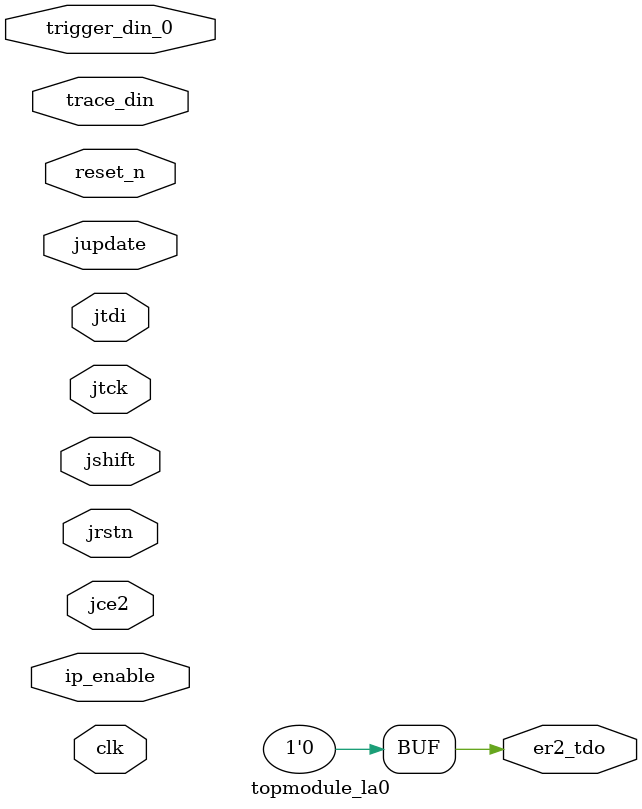
<source format=v>

/* WARNING - Changes to this file should be performed by re-running IPexpress
or modifying the .LPC file and regenerating the core.  Other changes may lead
to inconsistent simulation and/or implemenation results */

module topmodule_la0 (
    clk,
    reset_n,
    jtck,
    jrstn,
    jce2,
    jtdi,
    er2_tdo,
    jshift,
    jupdate,
    trigger_din_0,
    trace_din,
    ip_enable
);

// PARAMETERS DEFINED BY USER
localparam NUM_TRACE_SIGNALS   = 28;
localparam NUM_TRIGGER_SIGNALS = 1;
localparam INCLUDE_TRIG_DATA   = 1;
localparam NUM_TU_BITS_0       = 1;

input  clk;
input  reset_n;
input  jtck;
input  jrstn;
input  jce2;
input  jtdi;
output er2_tdo;
input  jshift;
input  jupdate;
input  [NUM_TU_BITS_0 -1:0] trigger_din_0;
input  [NUM_TRACE_SIGNALS + (NUM_TRIGGER_SIGNALS * INCLUDE_TRIG_DATA) -1:0] trace_din;
input  ip_enable;

assign er2_tdo = 1'b0;

endmodule

</source>
